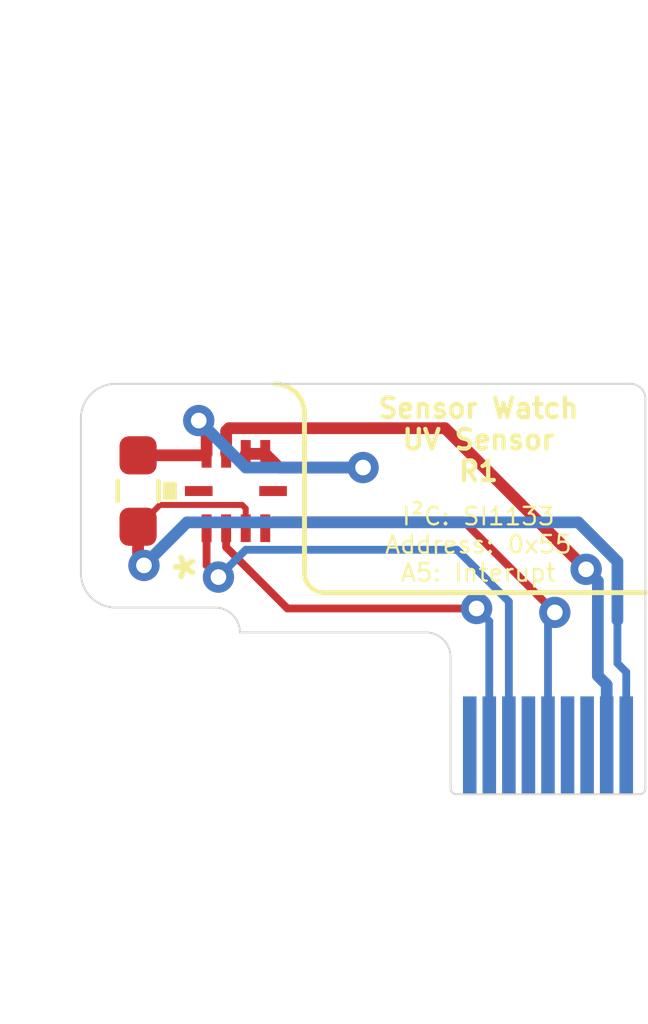
<source format=kicad_pcb>
(kicad_pcb (version 20211014) (generator pcbnew)
  (layers (0 "F.Cu" signal) (1 "In1.Cu" signal) (2 "In2.Cu" signal) (31 "B.Cu" signal) (34 "B.Paste" user) (35 "F.Paste" user) (36 "B.SilkS" user "B.Silkscreen") (37 "F.SilkS" user "F.Silkscreen") (38 "B.Mask" user) (39 "F.Mask" user) (44 "Edge.Cuts" user))
  (net 0 "")
  (net 1 "GND")
  (net 2 "+3V3")
  (net 3 "Net-(R1-Pad2)")
  (net 5 "/SCL")
  (net 6 "/SDA")
  (net 7 "/INT1")
  (footprint "Resistor_SMD:R_0603_1608Metric_Pad0.98x0.95mm_HandSolder" (layer "F.Cu") (at 142.75 102.5 90)
    (fp_text reference "R1" hide)
    (fp_text value "10K")
    (fp_line (start -0.254724 0.5225) (end 0.254724 0.5225) (layer "F.SilkS") (width 0.12))
    (fp_line (start -0.254724 -0.5225) (end 0.254724 -0.5225) (layer "F.SilkS") (width 0.12))
    (pad "1" smd roundrect (at -0.9125 0 90) (size 0.975 0.95) (layers "F.Cu" "F.Paste" "F.Mask") (net 2 "+3V3"))
    (pad "2" smd roundrect (at 0.9125 0 90) (size 0.975 0.95) (layers "F.Cu" "F.Paste" "F.Mask") (net 3 "Net-(R1-Pad2)"))
  )
  (footprint "UV-Sensor:SI1133-AA00-GMR" (layer "F.Cu") (at 145.25 102.5 90)
    (fp_text reference "U1" hide)
    (fp_text value "SI1133-AA00-GMR" hide)
    (fp_text user "*" (at -1.938299 -1 90) (layer "F.SilkS"))
    (fp_poly (pts (xy -0.1905 -1.557299) (xy -0.1905 -1.811299) (xy 0.1905 -1.811299) (xy 0.1905 -1.557299)) (layer "F.SilkS") (width 0.1) (fill solid))
    (pad "1" smd rect (at -0.9501 -0.750001 180) (size 0.2548 0.706399) (layers "F.Cu" "F.Paste" "F.Mask") (net 6 "/SDA"))
    (pad "2" smd rect (at -0.9501 -0.25 180) (size 0.2548 0.706399) (layers "F.Cu" "F.Paste" "F.Mask") (net 5 "/SCL"))
    (pad "3" smd rect (at -0.9501 0.25 180) (size 0.2548 0.706399) (layers "F.Cu" "F.Paste" "F.Mask") (net 2 "+3V3"))
    (pad "4" smd rect (at -0.9501 0.750001 180) (size 0.2548 0.706399) (layers "F.Cu" "F.Paste" "F.Mask") (net 7 "/INT1"))
    (pad "5" smd rect (at 0 0.9501 90) (size 0.2548 0.706399) (layers "F.Cu" "F.Paste" "F.Mask"))
    (pad "6" smd rect (at 0.9501 0.750001 180) (size 0.2548 0.706399) (layers "F.Cu" "F.Paste" "F.Mask") (net 3 "Net-(R1-Pad2)"))
    (pad "7" smd rect (at 0.9501 0.25 180) (size 0.2548 0.706399) (layers "F.Cu" "F.Paste" "F.Mask") (net 3 "Net-(R1-Pad2)"))
    (pad "8" smd rect (at 0.9501 -0.25 180) (size 0.2548 0.706399) (layers "F.Cu" "F.Paste" "F.Mask") (net 1 "GND"))
    (pad "9" smd rect (at 0.9501 -0.750001 180) (size 0.2548 0.706399) (layers "F.Cu" "F.Paste" "F.Mask") (net 3 "Net-(R1-Pad2)"))
    (pad "10" smd rect (at 0 -0.9501 90) (size 0.2548 0.706399) (layers "F.Cu" "F.Paste" "F.Mask"))
  )
  (footprint "UV-Sensor:FH19C9S05SH10-FFC" (layer "F.Cu") (at 153.2255 106.7461)
    (fp_text reference "U$3" hide)
    (fp_text value "FH19C-9S-0.5SH_10-FFC" hide)
    (fp_line (start 2.4892 0) (end 2.4892 3.35) (layer "Edge.Cuts") (width 0.05))
    (fp_line (start -2.3392 3.5) (end 2.3392 3.5) (layer "Edge.Cuts") (width 0.05))
    (fp_line (start -2.4892 0) (end -2.4892 3.35) (layer "Edge.Cuts") (width 0.05))
    (fp_arc (start 2.4892 3.35) (mid 2.445266 3.456066) (end 2.3392 3.5) (layer "Edge.Cuts") (width 0.05))
    (fp_arc (start -2.3392 3.5) (mid -2.445266 3.456066) (end -2.4892 3.35) (layer "Edge.Cuts") (width 0.05))
    (pad "1" smd rect (at 2 2.25 90) (size 2.5 0.347) (layers "B.Cu" "B.Paste" "B.Mask") (net 2 "+3V3"))
    (pad "2" smd rect (at 1.5 2.25 90) (size 2.5 0.347) (layers "B.Cu" "B.Paste" "B.Mask") (net 1 "GND"))
    (pad "3" smd rect (at 1 2.25 90) (size 2.5 0.347) (layers "B.Cu" "B.Paste" "B.Mask"))
    (pad "4" smd rect (at 0.5 2.25 90) (size 2.5 0.347) (layers "B.Cu" "B.Paste" "B.Mask"))
    (pad "5" smd rect (at 0 2.25 90) (size 2.5 0.347) (layers "B.Cu" "B.Paste" "B.Mask") (net 7 "/INT1"))
    (pad "6" smd rect (at -0.5 2.25 90) (size 2.5 0.347) (layers "B.Cu" "B.Paste" "B.Mask"))
    (pad "7" smd rect (at -1 2.25 90) (size 2.5 0.347) (layers "B.Cu" "B.Paste" "B.Mask") (net 6 "/SDA"))
    (pad "8" smd rect (at -1.5 2.25 90) (size 2.5 0.347) (layers "B.Cu" "B.Paste" "B.Mask") (net 5 "/SCL"))
    (pad "9" smd rect (at -2 2.25 90) (size 2.5 0.347) (layers "B.Cu" "B.Paste" "B.Mask"))
  )
  (gr_arc (start 147.5105 105.0951) (mid 147.15129 104.94631) (end 147.0025 104.5871) (layer "F.SilkS") (width 0.127))
  (gr_line (start 155.7147 105.0951) (end 147.5105 105.0951) (layer "F.SilkS") (width 0.127))
  (gr_line (start 147.0025 100.5231) (end 147.0025 104.5871) (layer "F.SilkS") (width 0.127))
  (gr_arc (start 146.2405 99.7611) (mid 146.779315 99.984285) (end 147.0025 100.5231) (layer "F.SilkS") (width 0.127))
  (gr_line (start 141.2875 104.5871) (end 141.2875 100.6501) (layer "Edge.Cuts") (width 0.05))
  (gr_line (start 155.7147 100.1421) (end 155.7147 106.7461) (layer "Edge.Cuts") (width 0.05))
  (gr_arc (start 155.3337 99.7611) (mid 155.603108 99.872692) (end 155.7147 100.1421) (layer "Edge.Cuts") (width 0.05))
  (gr_arc (start 144.7165 105.4761) (mid 145.165513 105.662087) (end 145.3515 106.1111) (layer "Edge.Cuts") (width 0.05))
  (gr_arc (start 142.1765 105.4761) (mid 141.547882 105.215718) (end 141.2875 104.5871) (layer "Edge.Cuts") (width 0.05))
  (gr_arc (start 150.1013 106.1111) (mid 150.550313 106.297087) (end 150.7363 106.7461) (layer "Edge.Cuts") (width 0.05))
  (gr_line (start 150.1013 106.1111) (end 145.3515 106.1111) (layer "Edge.Cuts") (width 0.05))
  (gr_line (start 142.1765 99.7611) (end 155.3337 99.7611) (layer "Edge.Cuts") (width 0.05))
  (gr_arc (start 141.2875 100.6501) (mid 141.547882 100.021482) (end 142.1765 99.7611) (layer "Edge.Cuts") (width 0.05))
  (gr_line (start 144.7165 105.4761) (end 142.1765 105.4761) (layer "Edge.Cuts") (width 0.05))
  (gr_text "I²C: SI1133\nAddress: 0x55\nA5: Interupt\n" (at 151.4475 102.8853) (layer "F.SilkS") (effects (font (size 0.44704 0.44704) (thickness 0.06096)) (justify top)))
  (gr_text "Sensor Watch\nUV Sensor\nR1" (at 151.4475 100.0913) (layer "F.SilkS") (effects (font (size 0.499872 0.499872) (thickness 0.109728)) (justify top)))
  (segment (start 154.2 104.5) (end 150.59479 100.89479) (width 0.3) (layer "F.Cu") (net 1))
  (segment (start 145.070689 100.89479) (end 145 100.965479) (width 0.3) (layer "F.Cu") (net 1))
  (segment (start 150.59479 100.89479) (end 145.070689 100.89479) (width 0.3) (layer "F.Cu") (net 1))
  (segment (start 145 100.965479) (end 145 101.5499) (width 0.3) (layer "F.Cu") (net 1))
  (via (at 154.2 104.5) (size 0.8) (drill 0.4) (layers "F.Cu" "B.Cu") (net 1))
  (segment (start 154.7255 107.4461) (end 154.5 107.2206) (width 0.3) (layer "B.Cu") (net 1))
  (segment (start 154.5 107.2206) (end 154.5 104.8) (width 0.3) (layer "B.Cu") (net 1))
  (segment (start 154.7255 108.9961) (end 154.7255 107.4461) (width 0.3) (layer "B.Cu") (net 1))
  (segment (start 154.5 104.8) (end 154.2 104.5) (width 0.3) (layer "B.Cu") (net 1))
  (segment (start 145.41101 102.855511) (end 143.306989 102.855511) (width 0.1524) (layer "F.Cu") (net 2))
  (segment (start 145.5 102.944501) (end 145.41101 102.855511) (width 0.1524) (layer "F.Cu") (net 2))
  (segment (start 145.5 103.4501) (end 145.5 102.944501) (width 0.1524) (layer "F.Cu") (net 2))
  (segment (start 142.75 103.4125) (end 142.75 104.25) (width 0.3) (layer "F.Cu") (net 2))
  (segment (start 143.306989 102.855511) (end 142.75 103.4125) (width 0.1524) (layer "F.Cu") (net 2))
  (segment (start 142.75 104.25) (end 142.9 104.4) (width 0.3) (layer "F.Cu") (net 2))
  (via (at 142.9 104.4) (size 0.8) (drill 0.4) (layers "F.Cu" "B.Cu") (net 2))
  (segment (start 144 103.3) (end 154 103.3) (width 0.3) (layer "B.Cu") (net 2))
  (segment (start 142.9 104.4) (end 144 103.3) (width 0.3) (layer "B.Cu") (net 2))
  (segment (start 155.2255 107.1255) (end 155 106.9) (width 0.2) (layer "B.Cu") (net 2))
  (segment (start 154 103.3) (end 155 104.3) (width 0.3) (layer "B.Cu") (net 2))
  (segment (start 155 104.3) (end 155 105.8) (width 0.3) (layer "B.Cu") (net 2))
  (segment (start 155 106.9) (end 155 105.8) (width 0.2) (layer "B.Cu") (net 2))
  (segment (start 155.2255 108.9961) (end 155.2255 107.1255) (width 0.2) (layer "B.Cu") (net 2))
  (segment (start 144.462399 101.5875) (end 144.499999 101.5499) (width 0.3) (layer "F.Cu") (net 3))
  (segment (start 146.350101 101.9) (end 146.000001 101.5499) (width 0.3) (layer "F.Cu") (net 3))
  (segment (start 144.499999 101.5499) (end 144.499999 100.899999) (width 0.3) (layer "F.Cu") (net 3))
  (segment (start 142.75 101.5875) (end 144.462399 101.5875) (width 0.3) (layer "F.Cu") (net 3))
  (segment (start 146.000001 101.5499) (end 145.5 101.5499) (width 0.3) (layer "F.Cu") (net 3))
  (segment (start 148.5 101.9) (end 146.350101 101.9) (width 0.3) (layer "F.Cu") (net 3))
  (segment (start 144.499999 100.899999) (end 144.3 100.7) (width 0.3) (layer "F.Cu") (net 3))
  (via (at 148.5 101.9) (size 0.8) (drill 0.4) (layers "F.Cu" "B.Cu") (net 3))
  (via (at 144.3 100.7) (size 0.8) (drill 0.4) (layers "F.Cu" "B.Cu") (net 3))
  (segment (start 145.5 101.9) (end 148.5 101.9) (width 0.3) (layer "B.Cu") (net 3))
  (segment (start 144.3 100.7) (end 145.5 101.9) (width 0.3) (layer "B.Cu") (net 3))
  (segment (start 146.565479 105.5) (end 145 103.934521) (width 0.2) (layer "F.Cu") (net 5))
  (segment (start 145 103.934521) (end 145 103.4501) (width 0.2) (layer "F.Cu") (net 5))
  (segment (start 151.4 105.5) (end 146.565479 105.5) (width 0.2) (layer "F.Cu") (net 5))
  (via (at 151.4 105.5) (size 0.8) (drill 0.4) (layers "F.Cu" "B.Cu") (net 5))
  (segment (start 151.7255 105.8255) (end 151.4 105.5) (width 0.2) (layer "B.Cu") (net 5))
  (segment (start 151.7255 108.9961) (end 151.7255 105.8255) (width 0.2) (layer "B.Cu") (net 5))
  (segment (start 144.803034 104.697825) (end 144.499999 104.39479) (width 0.2) (layer "F.Cu") (net 6))
  (segment (start 144.499999 104.39479) (end 144.499999 103.4501) (width 0.2) (layer "F.Cu") (net 6))
  (via (at 144.803034 104.697825) (size 0.8) (drill 0.4) (layers "F.Cu" "B.Cu") (net 6))
  (segment (start 145.500859 104) (end 144.803034 104.697825) (width 0.2) (layer "B.Cu") (net 6))
  (segment (start 152.2255 105.3255) (end 150.9 104) (width 0.2) (layer "B.Cu") (net 6))
  (segment (start 152.2255 106.1745) (end 152.2255 105.3255) (width 0.2) (layer "B.Cu") (net 6))
  (segment (start 152.2255 108.9961) (end 152.2255 106.1745) (width 0.2) (layer "B.Cu") (net 6))
  (segment (start 150.9 104) (end 145.500859 104) (width 0.2) (layer "B.Cu") (net 6))
  (segment (start 153.4 105.6) (end 151.04808 103.24808) (width 0.2) (layer "F.Cu") (net 7))
  (segment (start 151.04808 103.24808) (end 146.202021 103.24808) (width 0.2) (layer "F.Cu") (net 7))
  (segment (start 146.202021 103.24808) (end 146.000001 103.4501) (width 0.2) (layer "F.Cu") (net 7))
  (via (at 153.4 105.6) (size 0.8) (drill 0.4) (layers "F.Cu" "B.Cu") (net 7))
  (segment (start 153.2255 105.7745) (end 153.4 105.6) (width 0.2) (layer "B.Cu") (net 7))
  (segment (start 153.2255 108.9961) (end 153.2255 105.7745) (width 0.2) (layer "B.Cu") (net 7))
)
</source>
